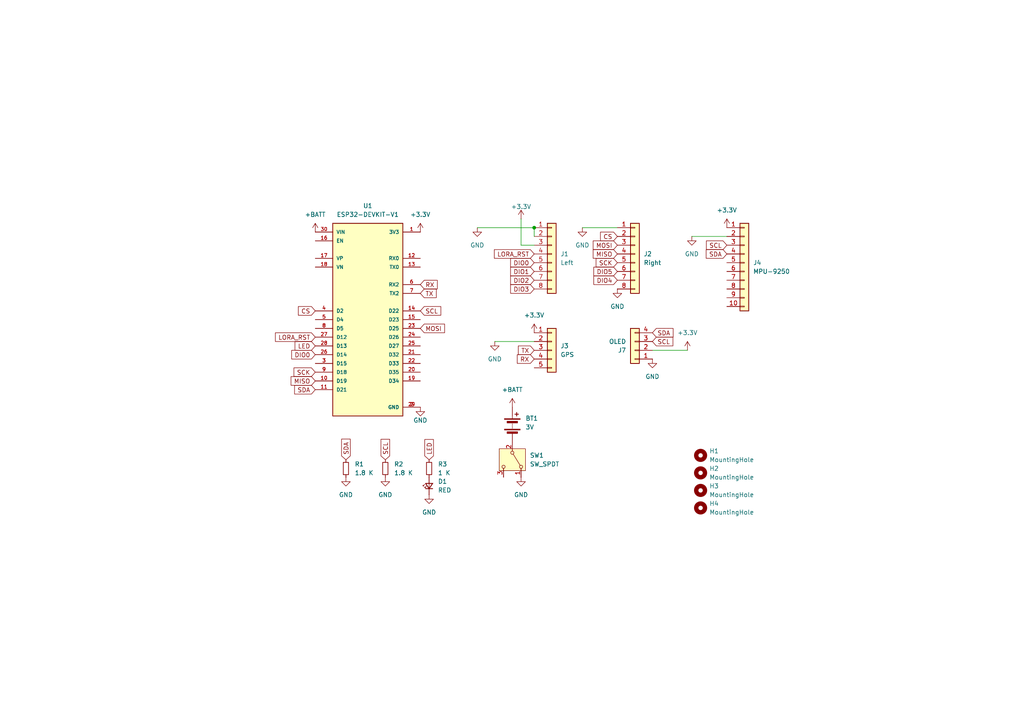
<source format=kicad_sch>
(kicad_sch (version 20231120) (generator "eeschema") (generator_version "8.0")
  (paper "A4")
  (lib_symbols
    (symbol "+3.3V_1" (power) (pin_numbers hide) (pin_names (offset 0) hide)
      (property "Value" "+3.3V" (at 0 3.556 0))
      (symbol "+3.3V_1_0_1"
        (polyline (pts (xy -0.762 1.27) (xy 0 2.54)))
        (polyline (pts (xy 0 0) (xy 0 2.54)))
        (polyline (pts (xy 0 2.54) (xy 0.762 1.27)))
      )
      (symbol "+3.3V_1_1_1"
        (pin power_in line (at 0 0 90) (length 0) (name "~") (number "1"))
      )
    )
    (symbol "+3.3V_2" (power) (pin_numbers hide) (pin_names (offset 0) hide)
      (property "Value" "+3.3V" (at 0 3.556 0))
      (symbol "+3.3V_2_0_1"
        (polyline (pts (xy -0.762 1.27) (xy 0 2.54)))
        (polyline (pts (xy 0 0) (xy 0 2.54)))
        (polyline (pts (xy 0 2.54) (xy 0.762 1.27)))
      )
      (symbol "+3.3V_2_1_1"
        (pin power_in line (at 0 0 90) (length 0) (name "~") (number "1"))
      )
    )
    (symbol "+3.3V_3" (power) (pin_numbers hide) (pin_names (offset 0) hide)
      (property "Value" "+3.3V" (at 0 3.556 0))
      (symbol "+3.3V_3_0_1"
        (polyline (pts (xy -0.762 1.27) (xy 0 2.54)))
        (polyline (pts (xy 0 0) (xy 0 2.54)))
        (polyline (pts (xy 0 2.54) (xy 0.762 1.27)))
      )
      (symbol "+3.3V_3_1_1"
        (pin power_in line (at 0 0 90) (length 0) (name "~") (number "1"))
      )
    )
    (symbol "+3.3V_5" (power) (pin_numbers hide) (pin_names (offset 0) hide)
      (property "Value" "+3.3V" (at 0 3.556 0))
      (symbol "+3.3V_5_0_1"
        (polyline (pts (xy -0.762 1.27) (xy 0 2.54)))
        (polyline (pts (xy 0 0) (xy 0 2.54)))
        (polyline (pts (xy 0 2.54) (xy 0.762 1.27)))
      )
      (symbol "+3.3V_5_1_1"
        (pin power_in line (at 0 0 90) (length 0) (name "~") (number "1"))
      )
    )
    (symbol "Connector_Generic:Conn_01x04" (pin_names (offset 1.016) hide)
      (property "Reference" "J" (at 0 5.08 0))
      (property "Value" "Conn_01x04" (at 0 -7.62 0))
      (symbol "Conn_01x04_1_1"
        (rectangle (start -1.27 -4.953) (end 0 -5.207) (stroke (width 0.1524)))
        (rectangle (start -1.27 -2.413) (end 0 -2.667) (stroke (width 0.1524)))
        (rectangle (start -1.27 0.127) (end 0 -0.127) (stroke (width 0.1524)))
        (rectangle (start -1.27 2.667) (end 0 2.413) (stroke (width 0.1524)))
        (rectangle (start -1.27 3.81) (end 1.27 -6.35) (stroke (width 0.254)) (fill (type background)))
        (pin passive line (at -5.08 2.54 0) (length 3.81) (name "Pin_1") (number "1"))
        (pin passive line (at -5.08 0 0) (length 3.81) (name "Pin_2") (number "2"))
        (pin passive line (at -5.08 -2.54 0) (length 3.81) (name "Pin_3") (number "3"))
        (pin passive line (at -5.08 -5.08 0) (length 3.81) (name "Pin_4") (number "4"))
      )
    )
    (symbol "Connector_Generic:Conn_01x05" (pin_names (offset 1.016) hide)
      (property "Reference" "J" (at 0 7.62 0))
      (property "Value" "Conn_01x05" (at 0 -7.62 0))
      (symbol "Conn_01x05_1_1"
        (rectangle (start -1.27 -4.953) (end 0 -5.207) (stroke (width 0.1524)))
        (rectangle (start -1.27 -2.413) (end 0 -2.667) (stroke (width 0.1524)))
        (rectangle (start -1.27 0.127) (end 0 -0.127) (stroke (width 0.1524)))
        (rectangle (start -1.27 2.667) (end 0 2.413) (stroke (width 0.1524)))
        (rectangle (start -1.27 5.207) (end 0 4.953) (stroke (width 0.1524)))
        (rectangle (start -1.27 6.35) (end 1.27 -6.35) (stroke (width 0.254)) (fill (type background)))
        (pin passive line (at -5.08 5.08 0) (length 3.81) (name "Pin_1") (number "1"))
        (pin passive line (at -5.08 2.54 0) (length 3.81) (name "Pin_2") (number "2"))
        (pin passive line (at -5.08 0 0) (length 3.81) (name "Pin_3") (number "3"))
        (pin passive line (at -5.08 -2.54 0) (length 3.81) (name "Pin_4") (number "4"))
        (pin passive line (at -5.08 -5.08 0) (length 3.81) (name "Pin_5") (number "5"))
      )
    )
    (symbol "Connector_Generic:Conn_01x08" (pin_names (offset 1.016) hide)
      (property "Reference" "J" (at 0 10.16 0))
      (property "Value" "Conn_01x08" (at 0 -12.7 0))
      (symbol "Conn_01x08_1_1"
        (rectangle (start -1.27 -10.033) (end 0 -10.287) (stroke (width 0.1524)))
        (rectangle (start -1.27 -7.493) (end 0 -7.747) (stroke (width 0.1524)))
        (rectangle (start -1.27 -4.953) (end 0 -5.207) (stroke (width 0.1524)))
        (rectangle (start -1.27 -2.413) (end 0 -2.667) (stroke (width 0.1524)))
        (rectangle (start -1.27 0.127) (end 0 -0.127) (stroke (width 0.1524)))
        (rectangle (start -1.27 2.667) (end 0 2.413) (stroke (width 0.1524)))
        (rectangle (start -1.27 5.207) (end 0 4.953) (stroke (width 0.1524)))
        (rectangle (start -1.27 7.747) (end 0 7.493) (stroke (width 0.1524)))
        (rectangle (start -1.27 8.89) (end 1.27 -11.43) (stroke (width 0.254)) (fill (type background)))
        (pin passive line (at -5.08 7.62 0) (length 3.81) (name "Pin_1") (number "1"))
        (pin passive line (at -5.08 5.08 0) (length 3.81) (name "Pin_2") (number "2"))
        (pin passive line (at -5.08 2.54 0) (length 3.81) (name "Pin_3") (number "3"))
        (pin passive line (at -5.08 0 0) (length 3.81) (name "Pin_4") (number "4"))
        (pin passive line (at -5.08 -2.54 0) (length 3.81) (name "Pin_5") (number "5"))
        (pin passive line (at -5.08 -5.08 0) (length 3.81) (name "Pin_6") (number "6"))
        (pin passive line (at -5.08 -7.62 0) (length 3.81) (name "Pin_7") (number "7"))
        (pin passive line (at -5.08 -10.16 0) (length 3.81) (name "Pin_8") (number "8"))
      )
    )
    (symbol "Connector_Generic:Conn_01x10" (pin_names (offset 1.016) hide)
      (property "Reference" "J" (at 0 12.7 0))
      (property "Value" "Conn_01x10" (at 0 -15.24 0))
      (symbol "Conn_01x10_1_1"
        (rectangle (start -1.27 -12.573) (end 0 -12.827) (stroke (width 0.1524)))
        (rectangle (start -1.27 -10.033) (end 0 -10.287) (stroke (width 0.1524)))
        (rectangle (start -1.27 -7.493) (end 0 -7.747) (stroke (width 0.1524)))
        (rectangle (start -1.27 -4.953) (end 0 -5.207) (stroke (width 0.1524)))
        (rectangle (start -1.27 -2.413) (end 0 -2.667) (stroke (width 0.1524)))
        (rectangle (start -1.27 0.127) (end 0 -0.127) (stroke (width 0.1524)))
        (rectangle (start -1.27 2.667) (end 0 2.413) (stroke (width 0.1524)))
        (rectangle (start -1.27 5.207) (end 0 4.953) (stroke (width 0.1524)))
        (rectangle (start -1.27 7.747) (end 0 7.493) (stroke (width 0.1524)))
        (rectangle (start -1.27 10.287) (end 0 10.033) (stroke (width 0.1524)))
        (rectangle (start -1.27 11.43) (end 1.27 -13.97) (stroke (width 0.254)) (fill (type background)))
        (pin passive line (at -5.08 10.16 0) (length 3.81) (name "Pin_1") (number "1"))
        (pin passive line (at -5.08 -12.7 0) (length 3.81) (name "Pin_10") (number "10"))
        (pin passive line (at -5.08 7.62 0) (length 3.81) (name "Pin_2") (number "2"))
        (pin passive line (at -5.08 5.08 0) (length 3.81) (name "Pin_3") (number "3"))
        (pin passive line (at -5.08 2.54 0) (length 3.81) (name "Pin_4") (number "4"))
        (pin passive line (at -5.08 0 0) (length 3.81) (name "Pin_5") (number "5"))
        (pin passive line (at -5.08 -2.54 0) (length 3.81) (name "Pin_6") (number "6"))
        (pin passive line (at -5.08 -5.08 0) (length 3.81) (name "Pin_7") (number "7"))
        (pin passive line (at -5.08 -7.62 0) (length 3.81) (name "Pin_8") (number "8"))
        (pin passive line (at -5.08 -10.16 0) (length 3.81) (name "Pin_9") (number "9"))
      )
    )
    (symbol "Device:Battery" (pin_numbers hide) (pin_names (offset 0) hide)
      (property "Reference" "BT" (at 2.54 2.54 0))
      (property "Value" "Battery" (at 2.54 0 0))
      (symbol "Battery_0_1"
        (rectangle (start -2.286 -1.27) (end 2.286 -1.524) (fill (type outline)))
        (rectangle (start -2.286 1.778) (end 2.286 1.524) (fill (type outline)))
        (rectangle (start -1.524 -2.032) (end 1.524 -2.54) (fill (type outline)))
        (rectangle (start -1.524 1.016) (end 1.524 0.508) (fill (type outline)))
        (polyline (pts (xy 0 -1.016) (xy 0 -0.762)))
        (polyline (pts (xy 0 -0.508) (xy 0 -0.254)))
        (polyline (pts (xy 0 0) (xy 0 0.254)))
        (polyline (pts (xy 0 1.778) (xy 0 2.54)))
        (polyline (pts (xy 0.762 3.048) (xy 1.778 3.048)) (stroke (width 0.254)))
        (polyline (pts (xy 1.27 3.556) (xy 1.27 2.54)) (stroke (width 0.254)))
      )
      (symbol "Battery_1_1"
        (pin passive line (at 0 5.08 270) (length 2.54) (name "+") (number "1"))
        (pin passive line (at 0 -5.08 90) (length 2.54) (name "-") (number "2"))
      )
    )
    (symbol "Device:LED_Small" (pin_numbers hide) (pin_names (offset 0.254) hide)
      (property "Reference" "D" (at -1.27 3.175 0))
      (property "Value" "LED_Small" (at -4.445 -2.54 0))
      (symbol "LED_Small_0_1"
        (polyline (pts (xy -0.762 -1.016) (xy -0.762 1.016)) (stroke (width 0.254)))
        (polyline (pts (xy 1.016 0) (xy -0.762 0)))
        (polyline (pts (xy 0.762 -1.016) (xy -0.762 0) (xy 0.762 1.016) (xy 0.762 -1.016)) (stroke (width 0.254)))
        (polyline (pts (xy 0 0.762) (xy -0.508 1.27) (xy -0.254 1.27) (xy -0.508 1.27) (xy -0.508 1.016)))
        (polyline (pts (xy 0.508 1.27) (xy 0 1.778) (xy 0.254 1.778) (xy 0 1.778) (xy 0 1.524)))
      )
      (symbol "LED_Small_1_1"
        (pin passive line (at -2.54 0 0) (length 1.778) (name "K") (number "1"))
        (pin passive line (at 2.54 0 180) (length 1.778) (name "A") (number "2"))
      )
    )
    (symbol "Device:R_Small" (pin_numbers hide) (pin_names (offset 0.254) hide)
      (property "Reference" "R" (at 0.762 0.508 0))
      (property "Value" "R_Small" (at 0.762 -1.016 0))
      (symbol "R_Small_0_1"
        (rectangle (start -0.762 1.778) (end 0.762 -1.778) (stroke (width 0.2032)))
      )
      (symbol "R_Small_1_1"
        (pin passive line (at 0 2.54 270) (length 0.762) (name "~") (number "1"))
        (pin passive line (at 0 -2.54 90) (length 0.762) (name "~") (number "2"))
      )
    )
    (symbol "ESP32-DEVKIT-V1:ESP32-DEVKIT-V1" (pin_names (offset 1.016))
      (property "Reference" "U" (at -10.16 30.48 0))
      (property "Value" "ESP32-DEVKIT-V1" (at -10.16 -30.48 0))
      (symbol "ESP32-DEVKIT-V1_0_0"
        (rectangle (start -10.16 -27.94) (end 10.16 27.94) (stroke (width 0.254)) (fill (type background)))
        (pin output line (at 15.24 25.4 180) (length 5.08) (name "3V3") (number "1"))
        (pin bidirectional line (at -15.24 -17.78 0) (length 5.08) (name "D19") (number "10"))
        (pin bidirectional line (at -15.24 -20.32 0) (length 5.08) (name "D21") (number "11"))
        (pin input line (at 15.24 17.78 180) (length 5.08) (name "RX0") (number "12"))
        (pin output line (at 15.24 15.24 180) (length 5.08) (name "TX0") (number "13"))
        (pin bidirectional line (at 15.24 2.54 180) (length 5.08) (name "D22") (number "14"))
        (pin bidirectional line (at 15.24 0 180) (length 5.08) (name "D23") (number "15"))
        (pin input line (at -15.24 22.86 0) (length 5.08) (name "EN") (number "16"))
        (pin bidirectional line (at -15.24 17.78 0) (length 5.08) (name "VP") (number "17"))
        (pin bidirectional line (at -15.24 15.24 0) (length 5.08) (name "VN") (number "18"))
        (pin bidirectional line (at 15.24 -17.78 180) (length 5.08) (name "D34") (number "19"))
        (pin power_in line (at 15.24 -25.4 180) (length 5.08) (name "GND") (number "2"))
        (pin bidirectional line (at 15.24 -15.24 180) (length 5.08) (name "D35") (number "20"))
        (pin bidirectional line (at 15.24 -10.16 180) (length 5.08) (name "D32") (number "21"))
        (pin bidirectional line (at 15.24 -12.7 180) (length 5.08) (name "D33") (number "22"))
        (pin bidirectional line (at 15.24 -2.54 180) (length 5.08) (name "D25") (number "23"))
        (pin bidirectional line (at 15.24 -5.08 180) (length 5.08) (name "D26") (number "24"))
        (pin bidirectional line (at 15.24 -7.62 180) (length 5.08) (name "D27") (number "25"))
        (pin bidirectional line (at -15.24 -10.16 0) (length 5.08) (name "D14") (number "26"))
        (pin bidirectional line (at -15.24 -5.08 0) (length 5.08) (name "D12") (number "27"))
        (pin bidirectional line (at -15.24 -7.62 0) (length 5.08) (name "D13") (number "28"))
        (pin power_in line (at 15.24 -25.4 180) (length 5.08) (name "GND") (number "29"))
        (pin bidirectional line (at -15.24 -12.7 0) (length 5.08) (name "D15") (number "3"))
        (pin input line (at -15.24 25.4 0) (length 5.08) (name "VIN") (number "30"))
        (pin bidirectional line (at -15.24 2.54 0) (length 5.08) (name "D2") (number "4"))
        (pin bidirectional line (at -15.24 0 0) (length 5.08) (name "D4") (number "5"))
        (pin input line (at 15.24 10.16 180) (length 5.08) (name "RX2") (number "6"))
        (pin output line (at 15.24 7.62 180) (length 5.08) (name "TX2") (number "7"))
        (pin bidirectional line (at -15.24 -2.54 0) (length 5.08) (name "D5") (number "8"))
        (pin bidirectional line (at -15.24 -15.24 0) (length 5.08) (name "D18") (number "9"))
      )
    )
    (symbol "GND_1" (power) (pin_numbers hide) (pin_names (offset 0) hide)
      (property "Value" "GND" (at 0 -3.81 0))
      (symbol "GND_1_0_1"
        (polyline (pts (xy 0 0) (xy 0 -1.27) (xy 1.27 -1.27) (xy 0 -2.54) (xy -1.27 -1.27) (xy 0 -1.27)))
      )
      (symbol "GND_1_1_1"
        (pin power_in line (at 0 0 270) (length 0) (name "~") (number "1"))
      )
    )
    (symbol "GND_3" (power) (pin_numbers hide) (pin_names (offset 0) hide)
      (property "Value" "GND" (at 0 -3.81 0))
      (symbol "GND_3_0_1"
        (polyline (pts (xy 0 0) (xy 0 -1.27) (xy 1.27 -1.27) (xy 0 -2.54) (xy -1.27 -1.27) (xy 0 -1.27)))
      )
      (symbol "GND_3_1_1"
        (pin power_in line (at 0 0 270) (length 0) (name "~") (number "1"))
      )
    )
    (symbol "Mechanical:MountingHole" (pin_names (offset 1.016)) (exclude_from_sim yes) (in_bom no)
      (property "Reference" "H" (at 0 5.08 0))
      (property "Value" "MountingHole" (at 0 3.175 0))
      (symbol "MountingHole_0_1"
        (circle (center 0 0) (radius 1.27) (stroke (width 1.27)))
      )
    )
    (symbol "Switch:SW_SPDT" (pin_names (offset 0) hide)
      (property "Reference" "SW" (at 0 5.08 0))
      (property "Value" "SW_SPDT" (at 0 -5.08 0))
      (symbol "SW_SPDT_0_1"
        (circle (center -2.032 0) (radius 0.4572))
        (polyline (pts (xy -1.651 0.254) (xy 1.651 2.286)))
        (circle (center 2.032 -2.54) (radius 0.4572))
        (circle (center 2.032 2.54) (radius 0.4572))
      )
      (symbol "SW_SPDT_1_1"
        (rectangle (start -3.175 3.81) (end 3.175 -3.81) (fill (type background)))
        (pin passive line (at 5.08 2.54 180) (length 2.54) (name "A") (number "1"))
        (pin passive line (at -5.08 0 0) (length 2.54) (name "B") (number "2"))
        (pin passive line (at 5.08 -2.54 180) (length 2.54) (name "C") (number "3"))
      )
    )
    (symbol "power:+3.3V" (power) (pin_numbers hide) (pin_names (offset 0) hide)
      (property "Value" "+3.3V" (at 0 3.556 0))
      (symbol "+3.3V_0_1"
        (polyline (pts (xy -0.762 1.27) (xy 0 2.54)))
        (polyline (pts (xy 0 0) (xy 0 2.54)))
        (polyline (pts (xy 0 2.54) (xy 0.762 1.27)))
      )
      (symbol "+3.3V_1_1"
        (pin power_in line (at 0 0 90) (length 0) (name "~") (number "1"))
      )
    )
    (symbol "power:+BATT" (power) (pin_numbers hide) (pin_names (offset 0) hide)
      (property "Value" "+BATT" (at 0 3.556 0))
      (symbol "+BATT_0_1"
        (polyline (pts (xy -0.762 1.27) (xy 0 2.54)))
        (polyline (pts (xy 0 0) (xy 0 2.54)))
        (polyline (pts (xy 0 2.54) (xy 0.762 1.27)))
      )
      (symbol "+BATT_1_1"
        (pin power_in line (at 0 0 90) (length 0) (name "~") (number "1"))
      )
    )
    (symbol "power:GND" (power) (pin_numbers hide) (pin_names (offset 0) hide)
      (property "Value" "GND" (at 0 -3.81 0))
      (symbol "GND_0_1"
        (polyline (pts (xy 0 0) (xy 0 -1.27) (xy 1.27 -1.27) (xy 0 -2.54) (xy -1.27 -1.27) (xy 0 -1.27)))
      )
      (symbol "GND_1_1"
        (pin power_in line (at 0 0 270) (length 0) (name "~") (number "1"))
      )
    )
  )
  (junction (at 154.94 66.04))
  (wire (pts (xy 154.94 66.04) (xy 154.94 68.58)))
  (wire (pts (xy 168.91 66.04) (xy 179.07 66.04)))
  (wire (pts (xy 189.23 101.6) (xy 199.39 101.6)))
  (wire (pts (xy 143.51 99.06) (xy 154.94 99.06)))
  (wire (pts (xy 138.43 66.04) (xy 154.94 66.04)))
  (wire (pts (xy 200.66 68.58) (xy 210.82 68.58)))
  (wire (pts (xy 154.94 71.12) (xy 151.13 71.12)))
  (wire (pts (xy 151.13 71.12) (xy 151.13 63.5)))
  (global_label "LED" (shape input) (at 124.46 133.35 90) (property "Intersheetrefs" "${INTERSHEET_REFS}" (effects (hide yes))))
  (global_label "DIO4" (shape input) (at 179.07 81.28 180) (property "Intersheetrefs" "${INTERSHEET_REFS}" (effects (hide yes))))
  (global_label "DIO0" (shape input) (at 91.44 102.87 180) (property "Intersheetrefs" "${INTERSHEET_REFS}" (effects (hide yes))))
  (global_label "LORA_RST" (shape input) (at 91.44 97.79 180) (property "Intersheetrefs" "${INTERSHEET_REFS}" (effects (hide yes))))
  (global_label "SCK" (shape input) (at 179.07 76.2 180) (property "Intersheetrefs" "${INTERSHEET_REFS}" (effects (hide yes))))
  (global_label "CS" (shape input) (at 91.44 90.17 180) (property "Intersheetrefs" "${INTERSHEET_REFS}" (effects (hide yes))))
  (global_label "MOSI" (shape input) (at 121.92 95.25 0) (property "Intersheetrefs" "${INTERSHEET_REFS}" (effects (hide yes))))
  (global_label "DIO5" (shape input) (at 179.07 78.74 180) (property "Intersheetrefs" "${INTERSHEET_REFS}" (effects (hide yes))))
  (global_label "TX" (shape input) (at 154.94 101.6 180) (property "Intersheetrefs" "${INTERSHEET_REFS}" (effects (hide yes))))
  (global_label "DIO2" (shape input) (at 154.94 81.28 180) (property "Intersheetrefs" "${INTERSHEET_REFS}" (effects (hide yes))))
  (global_label "SDA" (shape input) (at 210.82 73.66 180) (property "Intersheetrefs" "${INTERSHEET_REFS}" (effects (hide yes))))
  (global_label "RX" (shape input) (at 121.92 82.55 0) (property "Intersheetrefs" "${INTERSHEET_REFS}" (effects (hide yes))))
  (global_label "SCK" (shape input) (at 91.44 107.95 180) (property "Intersheetrefs" "${INTERSHEET_REFS}" (effects (hide yes))))
  (global_label "DIO0" (shape input) (at 154.94 76.2 180) (property "Intersheetrefs" "${INTERSHEET_REFS}" (effects (hide yes))))
  (global_label "SCL" (shape input) (at 189.23 99.06 0) (property "Intersheetrefs" "${INTERSHEET_REFS}" (effects (hide yes))))
  (global_label "SCL" (shape input) (at 210.82 71.12 180) (property "Intersheetrefs" "${INTERSHEET_REFS}" (effects (hide yes))))
  (global_label "SDA" (shape input) (at 100.33 133.35 90) (property "Intersheetrefs" "${INTERSHEET_REFS}" (effects (hide yes))))
  (global_label "SCL" (shape input) (at 121.92 90.17 0) (property "Intersheetrefs" "${INTERSHEET_REFS}" (effects (hide yes))))
  (global_label "MISO" (shape input) (at 91.44 110.49 180) (property "Intersheetrefs" "${INTERSHEET_REFS}" (effects (hide yes))))
  (global_label "LED" (shape input) (at 91.44 100.33 180) (property "Intersheetrefs" "${INTERSHEET_REFS}" (effects (hide yes))))
  (global_label "SCL" (shape input) (at 111.76 133.35 90) (property "Intersheetrefs" "${INTERSHEET_REFS}" (effects (hide yes))))
  (global_label "MOSI" (shape input) (at 179.07 71.12 180) (property "Intersheetrefs" "${INTERSHEET_REFS}" (effects (hide yes))))
  (global_label "TX" (shape input) (at 121.92 85.09 0) (property "Intersheetrefs" "${INTERSHEET_REFS}" (effects (hide yes))))
  (global_label "DIO1" (shape input) (at 154.94 78.74 180) (property "Intersheetrefs" "${INTERSHEET_REFS}" (effects (hide yes))))
  (global_label "LORA_RST" (shape input) (at 154.94 73.66 180) (property "Intersheetrefs" "${INTERSHEET_REFS}" (effects (hide yes))))
  (global_label "SDA" (shape input) (at 189.23 96.52 0) (property "Intersheetrefs" "${INTERSHEET_REFS}" (effects (hide yes))))
  (global_label "CS" (shape input) (at 179.07 68.58 180) (property "Intersheetrefs" "${INTERSHEET_REFS}" (effects (hide yes))))
  (global_label "MISO" (shape input) (at 179.07 73.66 180) (property "Intersheetrefs" "${INTERSHEET_REFS}" (effects (hide yes))))
  (global_label "SDA" (shape input) (at 91.44 113.03 180) (property "Intersheetrefs" "${INTERSHEET_REFS}" (effects (hide yes))))
  (global_label "RX" (shape input) (at 154.94 104.14 180) (property "Intersheetrefs" "${INTERSHEET_REFS}" (effects (hide yes))))
  (global_label "DIO3" (shape input) (at 154.94 83.82 180) (property "Intersheetrefs" "${INTERSHEET_REFS}" (effects (hide yes))))
  (symbol (lib_id "Switch:SW_SPDT") (at 148.59 133.35 270) (unit 1)
    (property "Reference" "SW1" (at 153.67 132.0799 90) (effects (justify left)))
    (property "Value" "SW_SPDT" (at 153.67 134.6199 90) (effects (justify left)))
    (property "Footprint" "Button_Switch_THT:SW_Slide_SPDT" (effects (hide yes)))
    (property "Description" "Switch, single pole double throw" (effects (hide yes)))
  )
  (symbol (lib_id "Connector_Generic:Conn_01x08") (at 160.02 73.66 0) (unit 1)
    (property "Reference" "J1" (at 162.56 73.6599 0) (effects (justify left)))
    (property "Value" "Left" (at 162.56 76.1999 0) (effects (justify left)))
    (property "Footprint" "Connector_PinHeader_2.54mm:PinHeader_1x08_P2.54mm_Vertical" (effects (hide yes)))
    (property "Description" "Generic connector, single row, 01x08, script generated (kicad-library-utils/schlib/autogen/connector/)" (effects (hide yes)))
  )
  (symbol (lib_id "Device:LED_Small") (at 124.46 140.97 90) (unit 1)
    (property "Reference" "D1" (at 127 139.6364 90) (effects (justify right)))
    (property "Value" "RED" (at 127 142.1764 90) (effects (justify right)))
    (property "Footprint" "LED_THT:LED_D3.0mm" (effects (hide yes)))
    (property "Description" "Light emitting diode, small symbol" (effects (hide yes)))
  )
  (symbol (lib_id "power:GND") (at 124.46 143.51 0) (unit 1)
    (property "Reference" "#PWR08" (effects (hide yes)))
    (property "Value" "GND" (at 124.46 148.59 0))
    (property "Description" "Power symbol creates a global label with name \"GND\" , ground" (effects (hide yes)))
  )
  (symbol (lib_id "power:GND") (at 111.76 138.43 0) (unit 1)
    (property "Reference" "#PWR05" (effects (hide yes)))
    (property "Value" "GND" (at 111.76 143.51 0))
    (property "Description" "Power symbol creates a global label with name \"GND\" , ground" (effects (hide yes)))
  )
  (symbol (lib_id "power:GND") (at 168.91 66.04 0) (unit 1)
    (property "Reference" "#PWR012" (effects (hide yes)))
    (property "Value" "GND" (at 168.91 71.12 0))
  )
  (symbol (lib_id "power:GND") (at 138.43 66.04 0) (unit 1)
    (property "Reference" "#PWR011" (effects (hide yes)))
    (property "Value" "GND" (at 138.43 71.12 0))
  )
  (symbol (lib_id "power:GND") (at 100.33 138.43 0) (unit 1)
    (property "Reference" "#PWR04" (effects (hide yes)))
    (property "Value" "GND" (at 100.33 143.51 0))
    (property "Description" "Power symbol creates a global label with name \"GND\" , ground" (effects (hide yes)))
  )
  (symbol (lib_id "power:+BATT") (at 148.59 118.11 0) (unit 1)
    (property "Reference" "#PWR06" (effects (hide yes)))
    (property "Value" "+BATT" (at 148.59 113.03 0))
    (property "Description" "Power symbol creates a global label with name \"+BATT\"" (effects (hide yes)))
  )
  (symbol (lib_id "Mechanical:MountingHole") (at 203.2 137.16 0) (unit 1) (exclude_from_sim yes) (in_bom no)
    (property "Reference" "H2" (at 205.74 135.8899 0) (effects (justify left)))
    (property "Value" "MountingHole" (at 205.74 138.4299 0) (effects (justify left)))
    (property "Footprint" "MountingHole:MountingHole_3.2mm_M3" (effects (hide yes)))
    (property "Description" "Mounting Hole without connection" (effects (hide yes)))
  )
  (symbol (lib_name "+3.3V_5") (lib_id "power:+3.3V") (at 199.39 101.6 0) (unit 1)
    (property "Reference" "#PWR019" (effects (hide yes)))
    (property "Value" "+3.3V" (at 199.39 96.52 0))
    (property "Description" "Power symbol creates a global label with name \"+3.3V\"" (effects (hide yes)))
  )
  (symbol (lib_id "Connector_Generic:Conn_01x05") (at 160.02 101.6 0) (unit 1)
    (property "Reference" "J3" (at 162.56 100.3299 0) (effects (justify left)))
    (property "Value" "GPS" (at 162.56 102.8699 0) (effects (justify left)))
    (property "Footprint" "Connector_PinHeader_2.54mm:PinHeader_1x05_P2.54mm_Vertical" (effects (hide yes)))
    (property "Description" "Generic connector, single row, 01x05, script generated (kicad-library-utils/schlib/autogen/connector/)" (effects (hide yes)))
  )
  (symbol (lib_id "Mechanical:MountingHole") (at 203.2 142.24 0) (unit 1) (exclude_from_sim yes) (in_bom no)
    (property "Reference" "H3" (at 205.74 140.9699 0) (effects (justify left)))
    (property "Value" "MountingHole" (at 205.74 143.5099 0) (effects (justify left)))
    (property "Footprint" "MountingHole:MountingHole_3.2mm_M3" (effects (hide yes)))
    (property "Description" "Mounting Hole without connection" (effects (hide yes)))
  )
  (symbol (lib_name "+3.3V_1") (lib_id "power:+3.3V") (at 151.13 63.5 0) (unit 1)
    (property "Reference" "#PWR09" (effects (hide yes)))
    (property "Value" "+3.3V" (at 151.13 59.944 0))
    (property "Description" "Power symbol creates a global label with name \"+3.3V\"" (effects (hide yes)))
  )
  (symbol (lib_id "Connector_Generic:Conn_01x04") (at 184.15 101.6 180) (unit 1)
    (property "Reference" "J7" (at 181.61 101.6001 0) (effects (justify left)))
    (property "Value" "OLED" (at 181.61 99.0601 0) (effects (justify left)))
    (property "Footprint" "Connector_PinHeader_2.54mm:PinHeader_1x04_P2.54mm_Vertical" (effects (hide yes)))
    (property "Description" "Generic connector, single row, 01x04, script generated (kicad-library-utils/schlib/autogen/connector/)" (effects (hide yes)))
  )
  (symbol (lib_id "power:+3.3V") (at 121.92 67.31 0) (unit 1)
    (property "Reference" "#PWR01" (effects (hide yes)))
    (property "Value" "+3.3V" (at 121.92 62.23 0))
    (property "Description" "Power symbol creates a global label with name \"+3.3V\"" (effects (hide yes)))
  )
  (symbol (lib_id "Device:R_Small") (at 111.76 135.89 0) (unit 1)
    (property "Reference" "R2" (at 114.3 134.6199 0) (effects (justify left)))
    (property "Value" "1.8 K" (at 114.3 137.1599 0) (effects (justify left)))
    (property "Footprint" "Resistor_THT:R_Axial_DIN0207_L6.3mm_D2.5mm_P7.62mm_Horizontal" (effects (hide yes)))
    (property "Description" "Resistor, small symbol" (effects (hide yes)))
  )
  (symbol (lib_id "Device:R_Small") (at 124.46 135.89 0) (unit 1)
    (property "Reference" "R3" (at 127 134.6199 0) (effects (justify left)))
    (property "Value" "1 K" (at 127 137.1599 0) (effects (justify left)))
    (property "Footprint" "Resistor_THT:R_Axial_DIN0207_L6.3mm_D2.5mm_P7.62mm_Horizontal" (effects (hide yes)))
    (property "Description" "Resistor, small symbol" (effects (hide yes)))
  )
  (symbol (lib_name "GND_1") (lib_id "power:GND") (at 143.51 99.06 0) (unit 1)
    (property "Reference" "#PWR015" (effects (hide yes)))
    (property "Value" "GND" (at 143.51 104.14 0))
    (property "Description" "Power symbol creates a global label with name \"GND\" , ground" (effects (hide yes)))
  )
  (symbol (lib_id "Connector_Generic:Conn_01x10") (at 215.9 76.2 0) (unit 1)
    (property "Reference" "J4" (at 218.44 76.1999 0) (effects (justify left)))
    (property "Value" "MPU-9250" (at 218.44 78.7399 0) (effects (justify left)))
    (property "Footprint" "Connector_PinHeader_2.54mm:PinHeader_1x10_P2.54mm_Vertical" (effects (hide yes)))
    (property "Description" "Generic connector, single row, 01x10, script generated (kicad-library-utils/schlib/autogen/connector/)" (effects (hide yes)))
  )
  (symbol (lib_id "power:GND") (at 151.13 138.43 0) (unit 1)
    (property "Reference" "#PWR07" (effects (hide yes)))
    (property "Value" "GND" (at 151.13 143.51 0))
    (property "Description" "Power symbol creates a global label with name \"GND\" , ground" (effects (hide yes)))
  )
  (symbol (lib_id "Connector_Generic:Conn_01x08") (at 184.15 73.66 0) (unit 1)
    (property "Reference" "J2" (at 186.69 73.6599 0) (effects (justify left)))
    (property "Value" "Right" (at 186.69 76.1999 0) (effects (justify left)))
    (property "Footprint" "Connector_PinHeader_2.54mm:PinHeader_1x08_P2.54mm_Vertical" (effects (hide yes)))
    (property "Description" "Generic connector, single row, 01x08, script generated (kicad-library-utils/schlib/autogen/connector/)" (effects (hide yes)))
  )
  (symbol (lib_id "ESP32-DEVKIT-V1:ESP32-DEVKIT-V1") (at 106.68 92.71 0) (unit 1)
    (property "Reference" "U1" (at 106.68 59.69 0))
    (property "Value" "ESP32-DEVKIT-V1" (at 106.68 62.23 0))
    (property "Footprint" "ESP32-DEVKIT-V1:MODULE_ESP32_DEVKIT_V1" (effects (hide yes)))
    (property "MF" "Do it" (effects (hide yes)))
    (property "MAXIMUM_PACKAGE_HEIGHT" "6.8 mm" (effects (hide yes)))
    (property "Package" "None" (effects (hide yes)))
    (property "Price" "None" (effects (hide yes)))
    (property "Check_prices" "https://www.snapeda.com/parts/ESP32-DEVKIT-V1/Do+it/view-part/?ref=eda" (effects (hide yes)))
    (property "STANDARD" "Manufacturer Recommendations" (effects (hide yes)))
    (property "PARTREV" "N/A" (effects (hide yes)))
    (property "SnapEDA_Link" "https://www.snapeda.com/parts/ESP32-DEVKIT-V1/Do+it/view-part/?ref=snap" (effects (hide yes)))
    (property "MP" "ESP32-DEVKIT-V1" (effects (hide yes)))
    (property "Description_1" "\nDual core, Wi-Fi: 2.4 GHz up to 150 Mbits/s,BLE (Bluetooth Low Energy) and legacy Bluetooth, 32 bits, Up to 240 MHz\n" (effects (hide yes)))
    (property "Availability" "Not in stock" (effects (hide yes)))
    (property "MANUFACTURER" "DOIT" (effects (hide yes)))
  )
  (symbol (lib_id "power:GND") (at 179.07 83.82 0) (unit 1)
    (property "Reference" "#PWR016" (effects (hide yes)))
    (property "Value" "GND" (at 179.07 88.9 0))
  )
  (symbol (lib_id "Mechanical:MountingHole") (at 203.2 147.32 0) (unit 1) (exclude_from_sim yes) (in_bom no)
    (property "Reference" "H4" (at 205.74 146.0499 0) (effects (justify left)))
    (property "Value" "MountingHole" (at 205.74 148.5899 0) (effects (justify left)))
    (property "Footprint" "MountingHole:MountingHole_3.2mm_M3" (effects (hide yes)))
    (property "Description" "Mounting Hole without connection" (effects (hide yes)))
  )
  (symbol (lib_id "Device:Battery") (at 148.59 123.19 0) (unit 1)
    (property "Reference" "BT1" (at 152.4 121.3484 0) (effects (justify left)))
    (property "Value" "3V" (at 152.4 123.8884 0) (effects (justify left)))
    (property "Footprint" "Battery:BatteryHolder_Keystone_2462_2xAA" (effects (hide yes)))
    (property "Description" "Multiple-cell battery" (effects (hide yes)))
  )
  (symbol (lib_id "Device:R_Small") (at 100.33 135.89 0) (unit 1)
    (property "Reference" "R1" (at 102.87 134.6199 0) (effects (justify left)))
    (property "Value" "1.8 K" (at 102.87 137.1599 0) (effects (justify left)))
    (property "Footprint" "Resistor_THT:R_Axial_DIN0207_L6.3mm_D2.5mm_P7.62mm_Horizontal" (effects (hide yes)))
    (property "Description" "Resistor, small symbol" (effects (hide yes)))
  )
  (symbol (lib_name "+3.3V_3") (lib_id "power:+3.3V") (at 210.82 66.04 0) (unit 1)
    (property "Reference" "#PWR010" (effects (hide yes)))
    (property "Value" "+3.3V" (at 210.82 60.96 0))
    (property "Description" "Power symbol creates a global label with name \"+3.3V\"" (effects (hide yes)))
  )
  (symbol (lib_name "+3.3V_2") (lib_id "power:+3.3V") (at 154.94 96.52 0) (unit 1)
    (property "Reference" "#PWR014" (effects (hide yes)))
    (property "Value" "+3.3V" (at 154.94 91.44 0))
    (property "Description" "Power symbol creates a global label with name \"+3.3V\"" (effects (hide yes)))
  )
  (symbol (lib_id "power:+BATT") (at 91.44 67.31 0) (unit 1)
    (property "Reference" "#PWR03" (effects (hide yes)))
    (property "Value" "+BATT" (at 91.44 62.23 0))
    (property "Description" "Power symbol creates a global label with name \"+BATT\"" (effects (hide yes)))
  )
  (symbol (lib_id "power:GND") (at 121.92 118.11 0) (unit 1)
    (property "Reference" "#PWR02" (effects (hide yes)))
    (property "Value" "GND" (at 121.92 121.92 0))
    (property "Description" "Power symbol creates a global label with name \"GND\" , ground" (effects (hide yes)))
  )
  (symbol (lib_name "GND_3") (lib_id "power:GND") (at 189.23 104.14 0) (unit 1)
    (property "Reference" "#PWR022" (effects (hide yes)))
    (property "Value" "GND" (at 189.23 109.22 0))
    (property "Description" "Power symbol creates a global label with name \"GND\" , ground" (effects (hide yes)))
  )
  (symbol (lib_name "GND_1") (lib_id "power:GND") (at 200.66 68.58 0) (unit 1)
    (property "Reference" "#PWR013" (effects (hide yes)))
    (property "Value" "GND" (at 200.66 73.66 0))
    (property "Description" "Power symbol creates a global label with name \"GND\" , ground" (effects (hide yes)))
  )
  (symbol (lib_id "Mechanical:MountingHole") (at 203.2 132.08 0) (unit 1) (exclude_from_sim yes) (in_bom no)
    (property "Reference" "H1" (at 205.74 130.8099 0) (effects (justify left)))
    (property "Value" "MountingHole" (at 205.74 133.3499 0) (effects (justify left)))
    (property "Footprint" "MountingHole:MountingHole_3.2mm_M3" (effects (hide yes)))
    (property "Description" "Mounting Hole without connection" (effects (hide yes)))
  )
)
</source>
